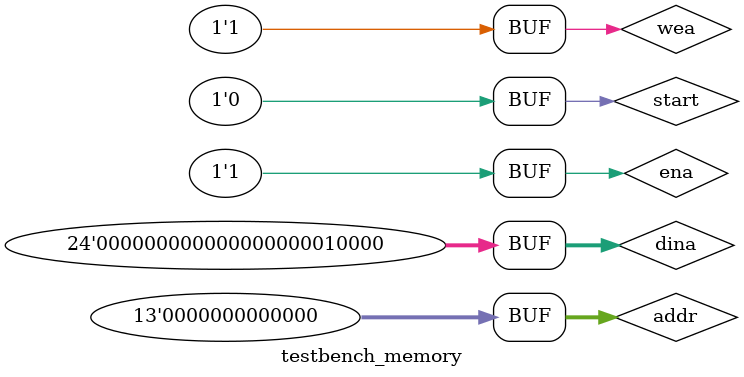
<source format=v>
`timescale 1ns / 1ns


module testbench_memory();
wire clk;
reg ena;
reg wea;
reg[12:0] addr;
reg[23:0] dina;
reg start;

data_out_controller Dcc(
    .clk(clk),
    .start(start),
    .data(dina),
    .addr(addr)
    );
clock_gen Clock_gen_0(clk);

initial begin
ena=1'b1;
wea=1'b1;
addr = 12'b0000000000;
dina = 24'h000010;
#50
start = 1;
#50;
start = 0;
#400
start = 1;
dina = 24'h000010;
#50;
start = 0;
end
endmodule


</source>
